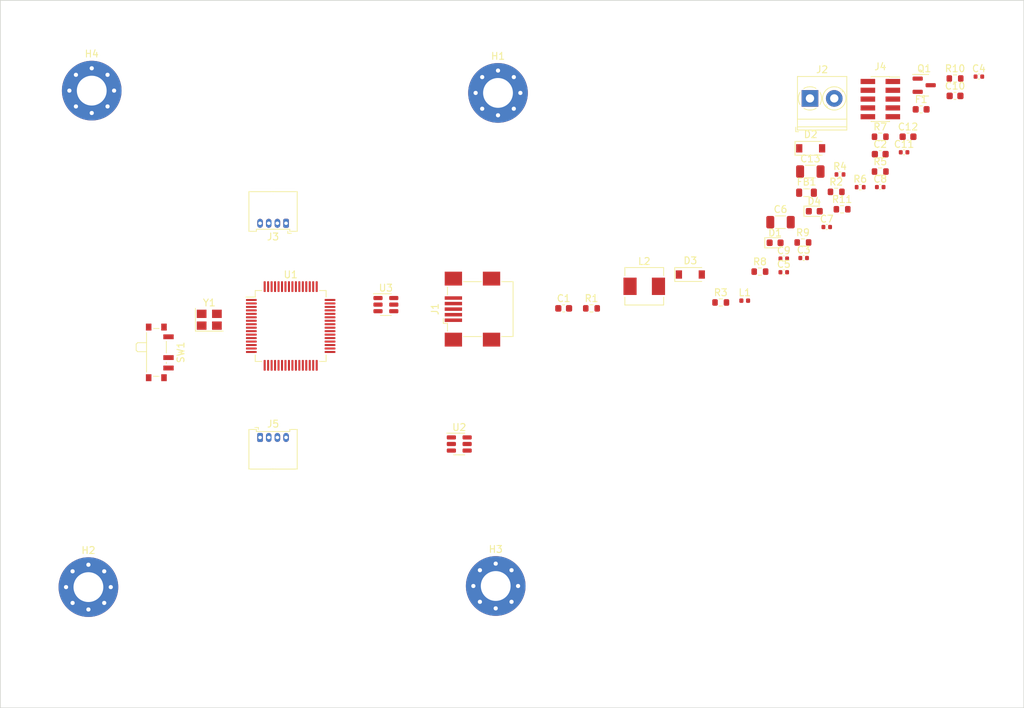
<source format=kicad_pcb>
(kicad_pcb (version 20211014) (generator pcbnew)
  (layers (0 "F.Cu" signal) (1 "In1.Cu" signal) (2 "In2.Cu" signal) (31 "B.Cu" signal) (34 "B.Paste" user) (35 "F.Paste" user) (36 "B.SilkS" user "B.Silkscreen") (37 "F.SilkS" user "F.Silkscreen") (38 "B.Mask" user) (39 "F.Mask" user) (44 "Edge.Cuts" user))
  (net 0 "")
  (net 1 "BUCK_VOUT_3V3")
  (net 2 "GND")
  (net 3 "Net-(C2-Pad1)")
  (net 4 "BUCK_IN")
  (net 5 "+3.3VA")
  (net 6 "HSE_IN")
  (net 7 "Net-(C11-Pad1)")
  (net 8 "BUCK_BST")
  (net 9 "BUCK_SW")
  (net 10 "Net-(D1-Pad1)")
  (net 11 "LED_STATUS")
  (net 12 "Net-(D2-Pad1)")
  (net 13 "+5V")
  (net 14 "Net-(D4-Pad1)")
  (net 15 "+12V")
  (net 16 "Net-(F1-Pad2)")
  (net 17 "USB_CONN_D-")
  (net 18 "USB_CONN_D+")
  (net 21 "I2C1_SCL")
  (net 22 "I2C1_SDA")
  (net 23 "SWDIO")
  (net 24 "SWCLK")
  (net 25 "SWO")
  (net 28 "NRST")
  (net 29 "USART6_TX")
  (net 30 "USART6_RX")
  (net 31 "BUCK_EN")
  (net 32 "BOOT0")
  (net 33 "Net-(R4-Pad2)")
  (net 34 "HSE_OUT")
  (net 35 "BUCK_FB")
  (net 36 "Net-(R10-Pad2)")
  (net 66 "USB_D-")
  (net 67 "USB_D+")
  (footprint "Package_TO_SOT_SMD:SOT-23-6" (layer "F.Cu") (at 95.43 116.08)
    (fp_text reference "U2" (at 0 -2.4) (layer "F.SilkS"))
    (fp_text value "MP2359DJ-LF-Z")
    (fp_line (start 0 1.56) (end -0.8 1.56) (layer "F.SilkS") (width 0.12))
    (fp_line (start 0 1.56) (end 0.8 1.56) (layer "F.SilkS") (width 0.12))
    (fp_line (start 0 -1.56) (end 0.8 -1.56) (layer "F.SilkS") (width 0.12))
    (fp_line (start 0 -1.56) (end -1.8 -1.56) (layer "F.SilkS") (width 0.12))
    (pad "1" smd roundrect (at -1.1375 -0.95) (size 1.325 0.6) (layers "F.Cu" "F.Paste" "F.Mask") (net 8 "BUCK_BST"))
    (pad "2" smd roundrect (at -1.1375 0) (size 1.325 0.6) (layers "F.Cu" "F.Paste" "F.Mask") (net 2 "GND"))
    (pad "3" smd roundrect (at -1.1375 0.95) (size 1.325 0.6) (layers "F.Cu" "F.Paste" "F.Mask") (net 35 "BUCK_FB"))
    (pad "4" smd roundrect (at 1.1375 0.95) (size 1.325 0.6) (layers "F.Cu" "F.Paste" "F.Mask") (net 31 "BUCK_EN"))
    (pad "5" smd roundrect (at 1.1375 0) (size 1.325 0.6) (layers "F.Cu" "F.Paste" "F.Mask") (net 4 "BUCK_IN"))
    (pad "6" smd roundrect (at 1.1375 -0.95) (size 1.325 0.6) (layers "F.Cu" "F.Paste" "F.Mask") (net 9 "BUCK_SW"))
  )
  (footprint "Capacitor_SMD:C_0402_1005Metric" (layer "F.Cu") (at 170.37 63.1)
    (fp_text reference "C4" (at 0 -1.16) (layer "F.SilkS"))
    (fp_text value "100n")
    (fp_line (start -0.107836 -0.36) (end 0.107836 -0.36) (layer "F.SilkS") (width 0.12))
    (fp_line (start -0.107836 0.36) (end 0.107836 0.36) (layer "F.SilkS") (width 0.12))
    (pad "1" smd roundrect (at -0.48 0) (size 0.56 0.62) (layers "F.Cu" "F.Paste" "F.Mask") (net 1 "BUCK_VOUT_3V3"))
    (pad "2" smd roundrect (at 0.48 0) (size 0.56 0.62) (layers "F.Cu" "F.Paste" "F.Mask") (net 2 "GND"))
  )
  (footprint "MountingHole:MountingHole_4.3mm_M4_Pad_Via" (layer "F.Cu") (at 100.69 136.56)
    (fp_text reference "H3" (at 0 -5.3) (layer "F.SilkS"))
    (fp_text value "MountingHole_Pad")
    (pad "1" thru_hole circle (at 0 0) (size 8.6 8.6) (drill 4.3) (layers *.Cu *.Mask) (net 2 "GND"))
    (pad "1" thru_hole circle (at 0 3.225) (size 0.9 0.9) (drill 0.6) (layers *.Cu *.Mask) (net 2 "GND"))
    (pad "1" thru_hole circle (at -2.280419 2.280419) (size 0.9 0.9) (drill 0.6) (layers *.Cu *.Mask) (net 2 "GND"))
    (pad "1" thru_hole circle (at 0 -3.225) (size 0.9 0.9) (drill 0.6) (layers *.Cu *.Mask) (net 2 "GND"))
    (pad "1" thru_hole circle (at -3.225 0) (size 0.9 0.9) (drill 0.6) (layers *.Cu *.Mask) (net 2 "GND"))
    (pad "1" thru_hole circle (at -2.280419 -2.280419) (size 0.9 0.9) (drill 0.6) (layers *.Cu *.Mask) (net 2 "GND"))
    (pad "1" thru_hole circle (at 2.280419 2.280419) (size 0.9 0.9) (drill 0.6) (layers *.Cu *.Mask) (net 2 "GND"))
    (pad "1" thru_hole circle (at 3.225 0) (size 0.9 0.9) (drill 0.6) (layers *.Cu *.Mask) (net 2 "GND"))
    (pad "1" thru_hole circle (at 2.280419 -2.280419) (size 0.9 0.9) (drill 0.6) (layers *.Cu *.Mask) (net 2 "GND"))
  )
  (footprint "Resistor_SMD:R_0603_1608Metric" (layer "F.Cu") (at 156.14 71.77)
    (fp_text reference "R7" (at 0 -1.43) (layer "F.SilkS"))
    (fp_text value "2k2")
    (fp_line (start -0.237258 0.5225) (end 0.237258 0.5225) (layer "F.SilkS") (width 0.12))
    (fp_line (start -0.237258 -0.5225) (end 0.237258 -0.5225) (layer "F.SilkS") (width 0.12))
    (pad "1" smd roundrect (at -0.825 0) (size 0.8 0.95) (layers "F.Cu" "F.Paste" "F.Mask") (net 1 "BUCK_VOUT_3V3"))
    (pad "2" smd roundrect (at 0.825 0) (size 0.8 0.95) (layers "F.Cu" "F.Paste" "F.Mask") (net 22 "I2C1_SDA"))
  )
  (footprint "Resistor_SMD:R_0603_1608Metric" (layer "F.Cu") (at 149.79 79.72)
    (fp_text reference "R2" (at 0 -1.43) (layer "F.SilkS"))
    (fp_text value "100K")
    (fp_line (start -0.237258 -0.5225) (end 0.237258 -0.5225) (layer "F.SilkS") (width 0.12))
    (fp_line (start -0.237258 0.5225) (end 0.237258 0.5225) (layer "F.SilkS") (width 0.12))
    (pad "1" smd roundrect (at -0.825 0) (size 0.8 0.95) (layers "F.Cu" "F.Paste" "F.Mask") (net 31 "BUCK_EN"))
    (pad "2" smd roundrect (at 0.825 0) (size 0.8 0.95) (layers "F.Cu" "F.Paste" "F.Mask") (net 4 "BUCK_IN"))
  )
  (footprint "Diode_SMD:D_SOD-123" (layer "F.Cu") (at 146.11 73.44)
    (fp_text reference "D2" (at 0 -2) (layer "F.SilkS"))
    (fp_text value "B5819W")
    (fp_line (start -2.25 -1) (end 1.65 -1) (layer "F.SilkS") (width 0.12))
    (fp_line (start -2.25 1) (end 1.65 1) (layer "F.SilkS") (width 0.12))
    (fp_line (start -2.25 -1) (end -2.25 1) (layer "F.SilkS") (width 0.12))
    (pad "1" smd rect (at -1.65 0) (size 0.9 1.2) (layers "F.Cu" "F.Paste" "F.Mask") (net 12 "Net-(D2-Pad1)"))
    (pad "2" smd rect (at 1.65 0) (size 0.9 1.2) (layers "F.Cu" "F.Paste" "F.Mask") (net 13 "+5V"))
  )
  (footprint "Resistor_SMD:R_0603_1608Metric" (layer "F.Cu") (at 138.79 91.22)
    (fp_text reference "R8" (at 0 -1.43) (layer "F.SilkS"))
    (fp_text value "47K")
    (fp_line (start -0.237258 0.5225) (end 0.237258 0.5225) (layer "F.SilkS") (width 0.12))
    (fp_line (start -0.237258 -0.5225) (end 0.237258 -0.5225) (layer "F.SilkS") (width 0.12))
    (pad "1" smd roundrect (at -0.825 0) (size 0.8 0.95) (layers "F.Cu" "F.Paste" "F.Mask") (net 35 "BUCK_FB"))
    (pad "2" smd roundrect (at 0.825 0) (size 0.8 0.95) (layers "F.Cu" "F.Paste" "F.Mask") (net 1 "BUCK_VOUT_3V3"))
  )
  (footprint "Resistor_SMD:R_0603_1608Metric" (layer "F.Cu") (at 114.5 96.52)
    (fp_text reference "R1" (at 0 -1.43) (layer "F.SilkS"))
    (fp_text value "1K5")
    (fp_line (start -0.237258 -0.5225) (end 0.237258 -0.5225) (layer "F.SilkS") (width 0.12))
    (fp_line (start -0.237258 0.5225) (end 0.237258 0.5225) (layer "F.SilkS") (width 0.12))
    (pad "1" smd roundrect (at -0.825 0) (size 0.8 0.95) (layers "F.Cu" "F.Paste" "F.Mask") (net 2 "GND"))
    (pad "2" smd roundrect (at 0.825 0) (size 0.8 0.95) (layers "F.Cu" "F.Paste" "F.Mask") (net 10 "Net-(D1-Pad1)"))
  )
  (footprint "Inductor_SMD:L_0402_1005Metric" (layer "F.Cu") (at 136.6 95.41)
    (fp_text reference "L1" (at 0 -1.17) (layer "F.SilkS"))
    (fp_text value "39n")
    (pad "1" smd roundrect (at -0.485 0) (size 0.59 0.64) (layers "F.Cu" "F.Paste" "F.Mask") (net 1 "BUCK_VOUT_3V3"))
    (pad "2" smd roundrect (at 0.485 0) (size 0.59 0.64) (layers "F.Cu" "F.Paste" "F.Mask") (net 5 "+3.3VA"))
  )
  (footprint "Capacitor_SMD:C_0402_1005Metric" (layer "F.Cu") (at 142.23 89.34)
    (fp_text reference "C9" (at 0 -1.16) (layer "F.SilkS"))
    (fp_text value "12p")
    (fp_line (start -0.107836 -0.36) (end 0.107836 -0.36) (layer "F.SilkS") (width 0.12))
    (fp_line (start -0.107836 0.36) (end 0.107836 0.36) (layer "F.SilkS") (width 0.12))
    (pad "1" smd roundrect (at -0.48 0) (size 0.56 0.62) (layers "F.Cu" "F.Paste" "F.Mask") (net 6 "HSE_IN"))
    (pad "2" smd roundrect (at 0.48 0) (size 0.56 0.62) (layers "F.Cu" "F.Paste" "F.Mask") (net 2 "GND"))
  )
  (footprint "Resistor_SMD:R_0603_1608Metric" (layer "F.Cu") (at 133.14 95.67)
    (fp_text reference "R3" (at 0 -1.43) (layer "F.SilkS"))
    (fp_text value "68K")
    (fp_line (start -0.237258 0.5225) (end 0.237258 0.5225) (layer "F.SilkS") (width 0.12))
    (fp_line (start -0.237258 -0.5225) (end 0.237258 -0.5225) (layer "F.SilkS") (width 0.12))
    (pad "1" smd roundrect (at -0.825 0) (size 0.8 0.95) (layers "F.Cu" "F.Paste" "F.Mask") (net 2 "GND"))
    (pad "2" smd roundrect (at 0.825 0) (size 0.8 0.95) (layers "F.Cu" "F.Paste" "F.Mask") (net 31 "BUCK_EN"))
  )
  (footprint "Capacitor_SMD:C_0402_1005Metric" (layer "F.Cu") (at 145.1 89.26)
    (fp_text reference "C3" (at 0 -1.16) (layer "F.SilkS"))
    (fp_text value "100n")
    (fp_line (start -0.107836 0.36) (end 0.107836 0.36) (layer "F.SilkS") (width 0.12))
    (fp_line (start -0.107836 -0.36) (end 0.107836 -0.36) (layer "F.SilkS") (width 0.12))
    (pad "1" smd roundrect (at -0.48 0) (size 0.56 0.62) (layers "F.Cu" "F.Paste" "F.Mask") (net 1 "BUCK_VOUT_3V3"))
    (pad "2" smd roundrect (at 0.48 0) (size 0.56 0.62) (layers "F.Cu" "F.Paste" "F.Mask") (net 2 "GND"))
  )
  (footprint "Resistor_SMD:R_0603_1608Metric" (layer "F.Cu") (at 144.99 87.02)
    (fp_text reference "R9" (at 0 -1.43) (layer "F.SilkS"))
    (fp_text value "15K")
    (fp_line (start -0.237258 0.5225) (end 0.237258 0.5225) (layer "F.SilkS") (width 0.12))
    (fp_line (start -0.237258 -0.5225) (end 0.237258 -0.5225) (layer "F.SilkS") (width 0.12))
    (pad "1" smd roundrect (at -0.825 0) (size 0.8 0.95) (layers "F.Cu" "F.Paste" "F.Mask") (net 36 "Net-(R10-Pad2)"))
    (pad "2" smd roundrect (at 0.825 0) (size 0.8 0.95) (layers "F.Cu" "F.Paste" "F.Mask") (net 35 "BUCK_FB"))
  )
  (footprint "Capacitor_SMD:C_0603_1608Metric" (layer "F.Cu") (at 110.49 96.52)
    (fp_text reference "C1" (at 0 -1.43) (layer "F.SilkS"))
    (fp_text value "4u7")
    (fp_line (start -0.14058 -0.51) (end 0.14058 -0.51) (layer "F.SilkS") (width 0.12))
    (fp_line (start -0.14058 0.51) (end 0.14058 0.51) (layer "F.SilkS") (width 0.12))
    (pad "1" smd roundrect (at -0.775 0) (size 0.9 0.95) (layers "F.Cu" "F.Paste" "F.Mask") (net 1 "BUCK_VOUT_3V3"))
    (pad "2" smd roundrect (at 0.775 0) (size 0.9 0.95) (layers "F.Cu" "F.Paste" "F.Mask") (net 2 "GND"))
  )
  (footprint "Resistor_SMD:R_0603_1608Metric" (layer "F.Cu") (at 166.93 63.37)
    (fp_text reference "R10" (at 0 -1.43) (layer "F.SilkS"))
    (fp_text value "270")
    (fp_line (start -0.237258 0.5225) (end 0.237258 0.5225) (layer "F.SilkS") (width 0.12))
    (fp_line (start -0.237258 -0.5225) (end 0.237258 -0.5225) (layer "F.SilkS") (width 0.12))
    (pad "1" smd roundrect (at -0.825 0) (size 0.8 0.95) (layers "F.Cu" "F.Paste" "F.Mask") (net 2 "GND"))
    (pad "2" smd roundrect (at 0.825 0) (size 0.8 0.95) (layers "F.Cu" "F.Paste" "F.Mask") (net 36 "Net-(R10-Pad2)"))
  )
  (footprint "Capacitor_SMD:C_0603_1608Metric" (layer "F.Cu") (at 156.14 74.28)
    (fp_text reference "C2" (at 0 -1.43) (layer "F.SilkS"))
    (fp_text value "2u2")
    (fp_line (start -0.14058 -0.51) (end 0.14058 -0.51) (layer "F.SilkS") (width 0.12))
    (fp_line (start -0.14058 0.51) (end 0.14058 0.51) (layer "F.SilkS") (width 0.12))
    (pad "1" smd roundrect (at -0.775 0) (size 0.9 0.95) (layers "F.Cu" "F.Paste" "F.Mask") (net 3 "Net-(C2-Pad1)"))
    (pad "2" smd roundrect (at 0.775 0) (size 0.9 0.95) (layers "F.Cu" "F.Paste" "F.Mask") (net 2 "GND"))
  )
  (footprint "Package_TO_SOT_SMD:SOT-23-6" (layer "F.Cu") (at 84.85 95.98)
    (fp_text reference "U3" (at 0 -2.4) (layer "F.SilkS"))
    (fp_text value "USBLC6-2SC6")
    (fp_line (start 0 -1.56) (end -1.8 -1.56) (layer "F.SilkS") (width 0.12))
    (fp_line (start 0 1.56) (end 0.8 1.56) (layer "F.SilkS") (width 0.12))
    (fp_line (start 0 -1.56) (end 0.8 -1.56) (layer "F.SilkS") (width 0.12))
    (fp_line (start 0 1.56) (end -0.8 1.56) (layer "F.SilkS") (width 0.12))
    (pad "1" smd roundrect (at -1.1375 -0.95) (size 1.325 0.6) (layers "F.Cu" "F.Paste" "F.Mask") (net 17 "USB_CONN_D-"))
    (pad "2" smd roundrect (at -1.1375 0) (size 1.325 0.6) (layers "F.Cu" "F.Paste" "F.Mask") (net 2 "GND"))
    (pad "3" smd roundrect (at -1.1375 0.95) (size 1.325 0.6) (layers "F.Cu" "F.Paste" "F.Mask") (net 18 "USB_CONN_D+"))
    (pad "4" smd roundrect (at 1.1375 0.95) (size 1.325 0.6) (layers "F.Cu" "F.Paste" "F.Mask") (net 67 "USB_D+"))
    (pad "5" smd roundrect (at 1.1375 0) (size 1.325 0.6) (layers "F.Cu" "F.Paste" "F.Mask") (net 13 "+5V"))
    (pad "6" smd roundrect (at 1.1375 -0.95) (size 1.325 0.6) (layers "F.Cu" "F.Paste" "F.Mask") (net 66 "USB_D-"))
  )
  (footprint "Package_QFP:LQFP-64_10x10mm_P0.5mm" (layer "F.Cu") (at 71.12 99.06)
    (fp_text reference "U1" (at 0 -7.4) (layer "F.SilkS"))
    (fp_text value "STM32F401RCT6")
    (fp_line (start 5.11 5.11) (end 5.11 4.16) (layer "F.SilkS") (width 0.12))
    (fp_line (start 4.16 5.11) (end 5.11 5.11) (layer "F.SilkS") (width 0.12))
    (fp_line (start 5.11 -5.11) (end 5.11 -4.16) (layer "F.SilkS") (width 0.12))
    (fp_line (start -5.11 5.11) (end -5.11 4.16) (layer "F.SilkS") (width 0.12))
    (fp_line (start -4.16 -5.11) (end -5.11 -5.11) (layer "F.SilkS") (width 0.12))
    (fp_line (start -4.16 5.11) (end -5.11 5.11) (layer "F.SilkS") (width 0.12))
    (fp_line (start -5.11 -5.11) (end -5.11 -4.16) (layer "F.SilkS") (width 0.12))
    (fp_line (start 4.16 -5.11) (end 5.11 -5.11) (layer "F.SilkS") (width 0.12))
    (fp_line (start -5.11 -4.16) (end -6.45 -4.16) (layer "F.SilkS") (width 0.12))
    (pad "1" smd roundrect (at -5.675 -3.75) (size 1.55 0.3) (layers "F.Cu" "F.Paste" "F.Mask") (net 1 "BUCK_VOUT_3V3"))
    (pad "2" smd roundrect (at -5.675 -3.25) (size 1.55 0.3) (layers "F.Cu" "F.Paste" "F.Mask"))
    (pad "3" smd roundrect (at -5.675 -2.75) (size 1.55 0.3) (layers "F.Cu" "F.Paste" "F.Mask"))
    (pad "4" smd roundrect (at -5.675 -2.25) (size 1.55 0.3) (layers "F.Cu" "F.Paste" "F.Mask"))
    (pad "5" smd roundrect (at -5.675 -1.75) (size 1.55 0.3) (layers "F.Cu" "F.Paste" "F.Mask") (net 6 "HSE_IN"))
    (pad "6" smd roundrect (at -5.675 -1.25) (size 1.55 0.3) (layers "F.Cu" "F.Paste" "F.Mask") (net 34 "HSE_OUT"))
    (pad "7" smd roundrect (at -5.675 -0.75) (size 1.55 0.3) (layers "F.Cu" "F.Paste" "F.Mask") (net 28 "NRST"))
    (pad "8" smd roundrect (at -5.675 -0.25) (size 1.55 0.3) (layers "F.Cu" "F.Paste" "F.Mask"))
    (pad "9" smd roundrect (at -5.675 0.25) (size 1.55 0.3) (layers "F.Cu" "F.Paste" "F.Mask"))
    (pad "10" smd roundrect (at -5.675 0.75) (size 1.55 0.3) (layers "F.Cu" "F.Paste" "F.Mask"))
    (pad "11" smd roundrect (at -5.675 1.25) (size 1.55 0.3) (layers "F.Cu" "F.Paste" "F.Mask"))
    (pad "12" smd roundrect (at -5.675 1.75) (size 1.55 0.3) (layers "F.Cu" "F.Paste" "F.Mask") (net 2 "GND"))
    (pad "13" smd roundrect (at -5.675 2.25) (size 1.55 0.3) (layers "F.Cu" "F.Paste" "F.Mask") (net 5 "+3.3VA"))
    (pad "14" smd roundrect (at -5.675 2.75) (size 1.55 0.3) (layers "F.Cu" "F.Paste" "F.Mask"))
    (pad "15" smd roundrect (at -5.675 3.25) (size 1.55 0.3) (layers "F.Cu" "F.Paste" "F.Mask"))
    (pad "16" smd roundrect (at -5.675 3.75) (size 1.55 0.3) (layers "F.Cu" "F.Paste" "F.Mask") (net 11 "LED_STATUS"))
    (pad "17" smd roundrect (at -3.75 5.675) (size 0.3 1.55) (layers "F.Cu" "F.Paste" "F.Mask"))
    (pad "18" smd roundrect (at -3.25 5.675) (size 0.3 1.55) (layers "F.Cu" "F.Paste" "F.Mask") (net 2 "GND"))
    (pad "19" smd roundrect (at -2.75 5.675) (size 0.3 1.55) (layers "F.Cu" "F.Paste" "F.Mask") (net 1 "BUCK_VOUT_3V3"))
    (pad "20" smd roundrect (at -2.25 5.675) (size 0.3 1.55) (layers "F.Cu" "F.Paste" "F.Mask"))
    (pad "21" smd roundrect (at -1.75 5.675) (size 0.3 1.55) (layers "F.Cu" "F.Paste" "F.Mask"))
    (pad "22" smd roundrect (at -1.25 5.675) (size 0.3 1.55) (layers "F.Cu" "F.Paste" "F.Mask"))
    (pad "23" smd roundrect (at -0.75 5.675) (size 0.3 1.55) (layers "F.Cu" "F.Paste" "F.Mask"))
    (pad "24" smd roundrect (at -0.25 5.675) (size 0.3 1.55) (layers "F.Cu" "F.Paste" "F.Mask"))
    (pad "25" smd roundrect (at 0.25 5.675) (size 0.3 1.55) (layers "F.Cu" "F.Paste" "F.Mask"))
    (pad "26" smd roundrect (at 0.75 5.675) (size 0.3 1.55) (layers "F.Cu" "F.Paste" "F.Mask"))
    (pad "27" smd roundrect (at 1.25 5.675) (size 0.3 1.55) (layers "F.Cu" "F.Paste" "F.Mask"))
    (pad "28" smd roundrect (at 1.75 5.675) (size 0.3 1.55) (layers "F.Cu" "F.Paste" "F.Mask"))
    (pad "29" smd roundrect (at 2.25 5.675) (size 0.3 1.55) (layers "F.Cu" "F.Paste" "F.Mask"))
    (pad "30" smd roundrect (at 2.75 5.675) (size 0.3 1.55) (layers "F.Cu" "F.Paste" "F.Mask") (net 3 "Net-(C2-Pad1)"))
    (pad "31" smd roundrect (at 3.25 5.675) (size 0.3 1.55) (layers "F.Cu" "F.Paste" "F.Mask") (net 2 "GND"))
    (pad "32" smd roundrect (at 3.75 5.675) (size 0.3 1.55) (layers "F.Cu" "F.Paste" "F.Mask") (net 1 "BUCK_VOUT_3V3"))
    (pad "33" smd roundrect (at 5.675 3.75) (size 1.55 0.3) (layers "F.Cu" "F.Paste" "F.Mask"))
    (pad "34" smd roundrect (at 5.675 3.25) (size 1.55 0.3) (layers "F.Cu" "F.Paste" "F.Mask"))
    (pad "35" smd roundrect (at 5.675 2.75) (size 1.55 0.3) (layers "F.Cu" "F.Paste" "F.Mask"))
    (pad "36" smd roundrect (at 5.675 2.25) (size 1.55 0.3) (layers "F.Cu" "F.Paste" "F.Mask"))
    (pad "37" smd roundrect (at 5.675 1.75) (size 1.55 0.3) (layers "F.Cu" "F.Paste" "F.Mask") (net 29 "USART6_TX"))
    (pad "38" smd roundrect (at 5.675 1.25) (size 1.55 0.3) (layers "F.Cu" "F.Paste" "F.Mask") (net 30 "USART6_RX"))
    (pad "39" smd roundrect (at 5.675 0.75) (size 1.55 0.3) (layers "F.Cu" "F.Paste" "F.Mask"))
    (pad "40" smd roundrect (at 5.675 0.25) (size 1.55 0.3) (layers "F.Cu" "F.Paste" "F.Mask"))
    (pad "41" smd roundrect (at 5.675 -0.25) (size 1.55 0.3) (layers "F.Cu" "F.Paste" "F.Mask"))
    (pad "42" smd roundrect (at 5.675 -0.75) (size 1.55 0.3) (layers "F.Cu" "F.Paste" "F.Mask"))
    (pad "43" smd roundrect (at 5.675 -1.25) (size 1.55 0.3) (layers "F.Cu" "F.Paste" "F.Mask"))
    (pad "44" smd roundrect (at 5.675 -1.75) (size 1.55 0.3) (layers "F.Cu" "F.Paste" "F.Mask") (net 66 "USB_D-"))
    (pad "45" smd roundrect (at 5.675 -2.25) (size 1.55 0.3) (layers "F.Cu" "F.Paste" "F.Mask") (net 67 "USB_D+"))
    (pad "46" smd roundrect (at 5.675 -2.75) (size 1.55 0.3) (layers "F.Cu" "F.Paste" "F.Mask") (net 23 "SWDIO"))
    (pad "47" smd roundrect (at 5.675 -3.25) (size 1.55 0.3) (layers "F.Cu" "F.Paste" "F.Mask") (net 2 "GND"))
    (pad "48" smd roundrect (at 5.675 -3.75) (size 1.55 0.3) (layers "F.Cu" "F.Paste" "F.Mask") (net 1 "BUCK_VOUT_3V3"))
    (pad "49" smd roundrect (at 3.75 -5.675) (size 0.3 1.55) (layers "F.Cu" "F.Paste" "F.Mask") (net 24 "SWCLK"))
    (pad "50" smd roundrect (at 3.25 -5.675) (size 0.3 1.55) (layers "F.Cu" "F.Paste" "F.Mask"))
    (pad "51" smd roundrect (at 2.75 -5.675) (size 0.3 1.55) (layers "F.Cu" "F.Paste" "F.Mask"))
    (pad "52" smd roundrect (at 2.25 -5.675) (size 0.3 1.55) (layers "F.Cu" "F.Paste" "F.Mask"))
    (pad "53" smd roundrect (at 1.75 -5.675) (size 0.3 1.55) (layers "F.Cu" "F.Paste" "F.Mask"))
    (pad "54" smd roundrect (at 1.25 -5.675) (size 0.3 1.55) (layers "F.Cu" "F.Paste" "F.Mask"))
    (pad "55" smd roundrect (at 0.75 -5.675) (size 0.3 1.55) (layers "F.Cu" "F.Paste" "F.Mask") (net 25 "SWO"))
    (pad "56" smd roundrect (at 0.25 -5.675) (size 0.3 1.55) (layers "F.Cu" "F.Paste" "F.Mask"))
    (pad "57" smd roundrect (at -0.25 -5.675) (size 0.3 1.55) (layers "F.Cu" "F.Paste" "F.Mask"))
    (pad "58" smd roundrect (at -0.75 -5.675) (size 0.3 1.55) (layers "F.Cu" "F.Paste" "F.Mask") (net 21 "I2C1_SCL"))
    (pad "59" smd roundrect (at -1.25 -5.675) (size 0.3 1.55) (layers "F.Cu" "F.Paste" "F.Mask") (net 22 "I2C1_SDA"))
    (pad "60" smd roundrect (at -1.75 -5.675) (size 0.3 1.55) (layers "F.Cu" "F.Paste" "F.Mask") (net 32 "BOOT0"))
    (pad "61" smd roundrect (at -2.25 -5.675) (size 0.3 1.55) (layers "F.Cu" "F.Paste" "F.Mask"))
    (pad "62" smd roundrect (at -2.75 -5.675) (size 0.3 1.55) (layers "F.Cu" "F.Paste" "F.Mask"))
    (pad "63" smd roundrect (at -3.25 -5.675) (size 0.3 1.55) (layers "F.Cu" "F.Paste" "F.Mask") (net 2 "GND"))
    (pad "64" smd roundrect (at -3.75 -5.675) (size 0.3 1.55) (layers "F.Cu" "F.Paste" "F.Mask") (net 1 "BUCK_VOUT_3V3"))
  )
  (footprint "Fuse:Fuse_0603_1608Metric" (layer "F.Cu") (at 162.04 67.82)
    (fp_text reference "F1" (at 0 -1.43) (layer "F.SilkS"))
    (fp_text value "250mA")
    (fp_line (start -0.162779 0.51) (end 0.162779 0.51) (layer "F.SilkS") (width 0.12))
    (fp_line (start -0.162779 -0.51) (end 0.162779 -0.51) (layer "F.SilkS") (width 0.12))
    (pad "1" smd roundrect (at -0.7875 0) (size 0.875 0.95) (layers "F.Cu" "F.Paste" "F.Mask") (net 15 "+12V"))
    (pad "2" smd roundrect (at 0.7875 0) (size 0.875 0.95) (layers "F.Cu" "F.Paste" "F.Mask") (net 16 "Net-(F1-Pad2)"))
  )
  (footprint "Capacitor_SMD:C_1206_3216Metric" (layer "F.Cu") (at 146.06 76.79)
    (fp_text reference "C13" (at 0 -1.85) (layer "F.SilkS"))
    (fp_text value "22u")
    (fp_line (start -0.711252 0.91) (end 0.711252 0.91) (layer "F.SilkS") (width 0.12))
    (fp_line (start -0.711252 -0.91) (end 0.711252 -0.91) (layer "F.SilkS") (width 0.12))
    (pad "1" smd roundrect (at -1.475 0) (size 1.15 1.8) (layers "F.Cu" "F.Paste" "F.Mask") (roundrect_rratio 0.217391) (net 2 "GND"))
    (pad "2" smd roundrect (at 1.475 0) (size 1.15 1.8) (layers "F.Cu" "F.Paste" "F.Mask") (roundrect_rratio 0.217391) (net 1 "BUCK_VOUT_3V3"))
  )
  (footprint "MountingHole:MountingHole_4.3mm_M4_Pad_Via" (layer "F.Cu") (at 41.95 136.72)
    (fp_text reference "H2" (at 0 -5.3) (layer "F.SilkS"))
    (fp_text value "MountingHole_Pad")
    (pad "1" thru_hole circle (at -2.280419 -2.280419) (size 0.9 0.9) (drill 0.6) (layers *.Cu *.Mask) (net 2 "GND"))
    (pad "1" thru_hole circle (at 0 0) (size 8.6 8.6) (drill 4.3) (layers *.Cu *.Mask) (net 2 "GND"))
    (pad "1" thru_hole circle (at -3.225 0) (size 0.9 0.9) (drill 0.6) (layers *.Cu *.Mask) (net 2 "GND"))
    (pad "1" thru_hole circle (at 3.225 0) (size 0.9 0.9) (drill 0.6) (layers *.Cu *.Mask) (net 2 "GND"))
    (pad "1" thru_hole circle (at 2.280419 2.280419) (size 0.9 0.9) (drill 0.6) (layers *.Cu *.Mask) (net 2 "GND"))
    (pad "1" thru_hole circle (at 0 -3.225) (size 0.9 0.9) (drill 0.6) (layers *.Cu *.Mask) (net 2 "GND"))
    (pad "1" thru_hole circle (at 2.280419 -2.280419) (size 0.9 0.9) (drill 0.6) (layers *.Cu *.Mask) (net 2 "GND"))
    (pad "1" thru_hole circle (at -2.280419 2.280419) (size 0.9 0.9) (drill 0.6) (layers *.Cu *.Mask) (net 2 "GND"))
    (pad "1" thru_hole circle (at 0 3.225) (size 0.9 0.9) (drill 0.6) (layers *.Cu *.Mask) (net 2 "GND"))
  )
  (footprint "Resistor_SMD:R_0402_1005Metric" (layer "F.Cu") (at 150.34 77.21)
    (fp_text reference "R4" (at 0 -1.17) (layer "F.SilkS"))
    (fp_text value "10K")
    (fp_line (start -0.153641 -0.38) (end 0.153641 -0.38) (layer "F.SilkS") (width 0.12))
    (fp_line (start -0.153641 0.38) (end 0.153641 0.38) (layer "F.SilkS") (width 0.12))
    (pad "1" smd roundrect (at -0.51 0) (size 0.54 0.64) (layers "F.Cu" "F.Paste" "F.Mask") (net 32 "BOOT0"))
    (pad "2" smd roundrect (at 0.51 0) (size 0.54 0.64) (layers "F.Cu" "F.Paste" "F.Mask") (net 33 "Net-(R4-Pad2)"))
  )
  (footprint "Capacitor_SMD:C_0603_1608Metric" (layer "F.Cu") (at 166.93 65.88)
    (fp_text reference "C10" (at 0 -1.43) (layer "F.SilkS"))
    (fp_text value "10n")
    (fp_line (start -0.14058 -0.51) (end 0.14058 -0.51) (layer "F.SilkS") (width 0.12))
    (fp_line (start -0.14058 0.51) (end 0.14058 0.51) (layer "F.SilkS") (width 0.12))
    (pad "1" smd roundrect (at -0.775 0) (size 0.9 0.95) (layers "F.Cu" "F.Paste" "F.Mask") (net 5 "+3.3VA"))
    (pad "2" smd roundrect (at 0.775 0) (size 0.9 0.95) (layers "F.Cu" "F.Paste" "F.Mask") (net 2 "GND"))
  )
  (footprint "Inductor_SMD:L_Sunlord_MWSA0518_5.4x5.2mm" (layer "F.Cu") (at 122.11 93.34)
    (fp_text reference "L2" (at 0 -3.6) (layer "F.SilkS"))
    (fp_text value "10u")
    (fp_line (start -2.8 2.7) (end 2.8 2.7) (layer "F.SilkS") (width 0.12))
    (fp_line (start 2.8 2.7) (end 2.8 1.55) (layer "F.SilkS") (width 0.12))
    (fp_line (start -2.8 2.7) (end -2.8 1.55) (layer "F.SilkS") (width 0.12))
    (fp_line (start 2.8 -2.7) (end 2.8 -1.55) (layer "F.SilkS") (width 0.12))
    (fp_line (start -2.8 -2.7) (end -2.8 -1.55) (layer "F.SilkS") (width 0.12))
    (fp_line (start -2.8 -2.7) (end 2.8 -2.7) (layer "F.SilkS") (width 0.12))
    (pad "1" smd rect (at -2.05 0) (size 1.9 2.5) (layers "F.Cu" "F.Paste" "F.Mask") (net 9 "BUCK_SW"))
    (pad "2" smd rect (at 2.05 0) (size 1.9 2.5) (layers "F.Cu" "F.Paste" "F.Mask") (net 1 "BUCK_VOUT_3V3"))
  )
  (footprint "Diode_SMD:D_SOD-123" (layer "F.Cu") (at 128.76 91.64)
    (fp_text reference "D3" (at 0 -2) (layer "F.SilkS"))
    (fp_text value "B5819W")
    (fp_line (start -2.25 1) (end 1.65 1) (layer "F.SilkS") (width 0.12))
    (fp_line (start -2.25 -1) (end 1.65 -1) (layer "F.SilkS") (width 0.12))
    (fp_line (start -2.25 -1) (end -2.25 1) (layer "F.SilkS") (width 0.12))
    (pad "1" smd rect (at -1.65 0) (size 0.9 1.2) (layers "F.Cu" "F.Paste" "F.Mask") (net 9 "BUCK_SW"))
    (pad "2" smd rect (at 1.65 0) (size 0.9 1.2) (layers "F.Cu" "F.Paste" "F.Mask") (net 2 "GND"))
  )
  (footprint "Package_TO_SOT_SMD:SOT-23" (layer "F.Cu") (at 162.48 64.34)
    (fp_text reference "Q1" (at 0 -2.4) (layer "F.SilkS"))
    (fp_text value "AO3401A")
    (fp_line (start 0 1.56) (end -0.65 1.56) (layer "F.SilkS") (width 0.12))
    (fp_line (start 0 -1.56) (end 0.65 -1.56) (layer "F.SilkS") (width 0.12))
    (fp_line (start 0 1.56) (end 0.65 1.56) (layer "F.SilkS") (width 0.12))
    (fp_line (start 0 -1.56) (end -1.675 -1.56) (layer "F.SilkS") (width 0.12))
    (pad "1" smd roundrect (at -0.9375 -0.95) (size 1.475 0.6) (layers "F.Cu" "F.Paste" "F.Mask") (net 2 "GND"))
    (pad "2" smd roundrect (at -0.9375 0.95) (size 1.475 0.6) (layers "F.Cu" "F.Paste" "F.Mask") (net 12 "Net-(D2-Pad1)"))
    (pad "3" smd roundrect (at 0.9375 0) (size 1.475 0.6) (layers "F.Cu" "F.Paste" "F.Mask") (net 16 "Net-(F1-Pad2)"))
  )
  (footprint "Capacitor_SMD:C_0402_1005Metric" (layer "F.Cu") (at 142.23 91.31)
    (fp_text reference "C5" (at 0 -1.16) (layer "F.SilkS"))
    (fp_text value "100n")
    (fp_line (start -0.107836 0.36) (end 0.107836 0.36) (layer "F.SilkS") (width 0.12))
    (fp_line (start -0.107836 -0.36) (end 0.107836 -0.36) (layer "F.SilkS") (width 0.12))
    (pad "1" smd roundrect (at -0.48 0) (size 0.56 0.62) (layers "F.Cu" "F.Paste" "F.Mask") (net 1 "BUCK_VOUT_3V3"))
    (pad "2" smd roundrect (at 0.48 0) (size 0.56 0.62) (layers "F.Cu" "F.Paste" "F.Mask") (net 2 "GND"))
  )
  (footprint "Resistor_SMD:R_0603_1608Metric" (layer "F.Cu") (at 150.64 82.23)
    (fp_text reference "R11" (at 0 -1.43) (layer "F.SilkS"))
    (fp_text value "1K")
    (fp_line (start -0.237258 -0.5225) (end 0.237258 -0.5225) (layer "F.SilkS") (width 0.12))
    (fp_line (start -0.237258 0.5225) (end 0.237258 0.5225) (layer "F.SilkS") (width 0.12))
    (pad "1" smd roundrect (at -0.825 0) (size 0.8 0.95) (layers "F.Cu" "F.Paste" "F.Mask") (net 2 "GND"))
    (pad "2" smd roundrect (at 0.825 0) (size 0.8 0.95) (layers "F.Cu" "F.Paste" "F.Mask") (net 14 "Net-(D4-Pad1)"))
  )
  (footprint "MountingHole:MountingHole_4.3mm_M4_Pad_Via" (layer "F.Cu") (at 101.02 65.45)
    (fp_text reference "H1" (at 0 -5.3) (layer "F.SilkS"))
    (fp_text value "MountingHole_Pad")
    (pad "1" thru_hole circle (at -3.225 0) (size 0.9 0.9) (drill 0.6) (layers *.Cu *.Mask) (net 2 "GND"))
    (pad "1" thru_hole circle (at 0 3.225) (size 0.9 0.9) (drill 0.6) (layers *.Cu *.Mask) (net 2 "GND"))
    (pad "1" thru_hole circle (at -2.280419 -2.280419) (size 0.9 0.9) (drill 0.6) (layers *.Cu *.Mask) (net 2 "GND"))
    (pad "1" thru_hole circle (at 0 -3.225) (size 0.9 0.9) (drill 0.6) (layers *.Cu *.Mask) (net 2 "GND"))
    (pad "1" thru_hole circle (at 3.225 0) (size 0.9 0.9) (drill 0.6) (layers *.Cu *.Mask) (net 2 "GND"))
    (pad "1" thru_hole circle (at -2.280419 2.280419) (size 0.9 0.9) (drill 0.6) (layers *.Cu *.Mask) (net 2 "GND"))
    (pad "1" thru_hole circle (at 2.280419 -2.280419) (size 0.9 0.9) (drill 0.6) (layers *.Cu *.Mask) (net 2 "GND"))
    (pad "1" thru_hole circle (at 0 0) (size 8.6 8.6) (drill 4.3) (layers *.Cu *.Mask) (net 2 "GND"))
    (pad "1" thru_hole circle (at 2.280419 2.280419) (size 0.9 0.9) (drill 0.6) (layers *.Cu *.Mask) (net 2 "GND"))
  )
  (footprint "Capacitor_SMD:C_0402_1005Metric" (layer "F.Cu") (at 148.43 84.79)
    (fp_text reference "C7" (at 0 -1.16) (layer "F.SilkS"))
    (fp_text value "100n")
    (fp_line (start -0.107836 -0.36) (end 0.107836 -0.36) (layer "F.SilkS") (width 0.12))
    (fp_line (start -0.107836 0.36) (end 0.107836 0.36) (layer "F.SilkS") (width 0.12))
    (pad "1" smd roundrect (at -0.48 0) (size 0.56 0.62) (layers "F.Cu" "F.Paste" "F.Mask") (net 1 "BUCK_VOUT_3V3"))
    (pad "2" smd roundrect (at 0.48 0) (size 0.56 0.62) (layers "F.Cu" "F.Paste" "F.Mask") (net 2 "GND"))
  )
  (footprint "Capacitor_SMD:C_0402_1005Metric" (layer "F.Cu") (at 156.14 79.03)
    (fp_text reference "C8" (at 0 -1.16) (layer "F.SilkS"))
    (fp_text value "1u")
    (fp_line (start -0.107836 -0.36) (end 0.107836 -0.36) (layer "F.SilkS") (width 0.12))
    (fp_line (start -0.107836 0.36) (end 0.107836 0.36) (layer "F.SilkS") (width 0.12))
    (pad "1" smd roundrect (at -0.48 0) (size 0.56 0.62) (layers "F.Cu" "F.Paste" "F.Mask") (net 5 "+3.3VA"))
    (pad "2" smd roundrect (at 0.48 0) (size 0.56 0.62) (layers "F.Cu" "F.Paste" "F.Mask") (net 2 "GND"))
  )
  (footprint "Connector_Molex:Molex_PicoBlade_53048-0410_1x04_P1.25mm_Horizontal" (layer "F.Cu") (at 66.705 115.14)
    (fp_text reference "J5" (at 1.88 -1.95) (layer "F.SilkS"))
    (fp_text value "USART6_CONN")
    (fp_line (start -1.61 -1.16) (end -1.61 4.56) (layer "F.SilkS") (width 0.12))
    (fp_line (start 5.36 4.56) (end 1.875 4.56) (layer "F.SilkS") (width 0.12))
    (fp_line (start -0.25 -1.45) (end -0.75 -1.45) (layer "F.SilkS") (width 0.12))
    (fp_line (start 5.36 -1.16) (end 5.36 4.56) (layer "F.SilkS") (width 0.12))
    (fp_line (start -1.61 4.56) (end 1.875 4.56) (layer "F.SilkS") (width 0.12))
    (fp_line (start 4.29 -1.16) (end 5.36 -1.16) (layer "F.SilkS") (width 0.12))
    (fp_line (start -0.25 -1.15) (end -0.25 -1.45) (layer "F.SilkS") (width 0.12))
    (fp_line (start 4.29 -0.86) (end 4.29 -1.16) (layer "F.SilkS") (width 0.12))
    (fp_line (start 1.875 -0.86) (end 4.29 -0.86) (layer "F.SilkS") (width 0.12))
    (fp_line (start -0.54 -0.86) (end -0.54 -1.16) (layer "F.SilkS") (width 0.12))
    (fp_line (start -0.54 -1.16) (end -1.61 -1.16) (layer "F.SilkS") (width 0.12))
    (fp_line (start 1.875 -0.86) (end -0.54 -0.86) (layer "F.SilkS") (width 0.12))
    (pad "1" thru_hole roundrect (at 0 0) (size 0.8 1.3) (drill 0.5) (layers *.Cu *.Mask) (net 1 "BUCK_VOUT_3V3"))
    (pad "2" thru_hole oval (at 1.25 0) (size 0.8 1.3) (drill 0.5) (layers *.Cu *.Mask) (net 29 "USART6_TX"))
    (pad "3" thru_hole oval (at 2.5 0) (size 0.8 1.3) (drill 0.5) (layers *.Cu *.Mask) (net 30 "USART6_RX"))
    (pad "4" thru_hole oval (at 3.75 0) (size 0.8 1.3) (drill 0.5) (layers *.Cu *.Mask) (net 2 "GND"))
  )
  (footprint "Connector_USB:USB_Mini-B_Wuerth_65100516121_Horizontal" (layer "F.Cu") (at 97.185 96.63 90)
    (fp_text reference "J1" (at 0 -5.25 90) (layer "F.SilkS"))
    (fp_text value "USB_B_Mini")
    (fp_line (start -2.05 -3.46) (end -2.05 -4.05) (layer "F.SilkS") (width 0.12))
    (fp_line (start -2.05 -4.05) (end -1.35 -4.05) (layer "F.SilkS") (width 0.12))
    (fp_line (start -3.96 1.45) (end -3.96 -1.15) (layer "F.SilkS") (width 0.12))
    (fp_line (start 2.05 -3.46) (end 3.2 -3.46) (layer "F.SilkS") (width 0.12))
    (fp_line (start -3.96 6.01) (end 3.96 6.01) (layer "F.SilkS") (width 0.12))
    (fp_line (start 3.96 6.01) (end 3.96 4.35) (layer "F.SilkS") (width 0.12))
    (fp_line (start -3.2 -3.46) (end -2.05 -3.46) (layer "F.SilkS") (width 0.12))
    (fp_line (start 3.96 -1.15) (end 3.96 1.45) (layer "F.SilkS") (width 0.12))
    (fp_line (start -3.96 4.35) (end -3.96 6.01) (layer "F.SilkS") (width 0.12))
    (pad "" np_thru_hole circle (at 2.2 0 90) (size 0.9 0.9) (drill 0.9) (layers *.Cu *.Mask))
    (pad "" np_thru_hole circle (at -2.2 0 90) (size 0.9 0.9) (drill 0.9) (layers *.Cu *.Mask))
    (pad "1" smd rect (at -1.6 -2.6 90) (size 0.5 2.5) (layers "F.Cu" "F.Paste" "F.Mask") (net 13 "+5V"))
    (pad "2" smd rect (at -0.8 -2.6 90) (size 0.5 2.5) (layers "F.Cu" "F.Paste" "F.Mask") (net 17 "USB_CONN_D-"))
    (pad "3" smd rect (at 0 -2.6 90) (size 0.5 2.5) (layers "F.Cu" "F.Paste" "F.Mask") (net 18 "USB_CONN_D+"))
    (pad "4" smd rect (at 0.8 -2.6 90) (size 0.5 2.5) (layers "F.Cu" "F.Paste" "F.Mask"))
    (pad "5" smd rect (at 1.6 -2.6 90) (size 0.5 2.5) (layers "F.Cu" "F.Paste" "F.Mask") (net 2 "GND"))
    (pad "6" smd rect (at 4.4 2.9 90) (size 2 2.5) (layers "F.Cu" "F.Paste" "F.Mask"))
    (pad "6" smd rect (at -4.4 2.9 90) (size 2 2.5) (layers "F.Cu" "F.Paste" "F.Mask"))
    (pad "6" smd rect (at -4.4 -2.6 90) (size 2 2.5) (layers "F.Cu" "F.Paste" "F.Mask"))
    (pad "6" smd rect (at 4.4 -2.6 90) (size 2 2.5) (layers "F.Cu" "F.Paste" "F.Mask"))
  )
  (footprint "LED_SMD:LED_0603_1608Metric" (layer "F.Cu") (at 140.98 87.06)
    (fp_text reference "D1" (at 0 -1.43) (layer "F.SilkS"))
    (fp_text value "BLUE")
    (fp_line (start -1.485 0.735) (end 0.8 0.735) (layer "F.SilkS") (width 0.12))
    (fp_line (start 0.8 -0.735) (end -1.485 -0.735) (layer "F.SilkS") (width 0.12))
    (fp_line (start -1.485 -0.735) (end -1.485 0.735) (layer "F.SilkS") (width 0.12))
    (pad "1" smd roundrect (at -0.7875 0) (size 0.875 0.95) (layers "F.Cu" "F.Paste" "F.Mask") (net 10 "Net-(D1-Pad1)"))
    (pad "2" smd roundrect (at 0.7875 0) (size 0.875 0.95) (layers "F.Cu" "F.Paste" "F.Mask") (net 11 "LED_STATUS"))
  )
  (footprint "Crystal:Crystal_SMD_3225-4Pin_3.2x2.5mm" (layer "F.Cu") (at 59.38 98.16)
    (fp_text reference "Y1" (at 0 -2.45) (layer "F.SilkS"))
    (fp_text value "16MHz")
    (fp_line (start -2 -1.65) (end -2 1.65) (layer "F.SilkS") (width 0.12))
    (fp_line (start -2 1.65) (end 2 1.65) (layer "F.SilkS") (width 0.12))
    (pad "1" smd rect (at -1.1 0.85) (size 1.4 1.2) (layers "F.Cu" "F.Paste" "F.Mask") (net 6 "HSE_IN"))
    (pad "2" smd rect (at 1.1 0.85) (size 1.4 1.2) (layers "F.Cu" "F.Paste" "F.Mask") (net 2 "GND"))
    (pad "3" smd rect (at 1.1 -0.85) (size 1.4 1.2) (layers "F.Cu" "F.Paste" "F.Mask") (net 7 "Net-(C11-Pad1)"))
    (pad "4" smd rect (at -1.1 -0.85) (size 1.4 1.2) (layers "F.Cu" "F.Paste" "F.Mask") (net 2 "GND"))
  )
  (footprint "Resistor_SMD:R_0603_1608Metric" (layer "F.Cu") (at 156.14 76.79)
    (fp_text reference "R5" (at 0 -1.43) (layer "F.SilkS"))
    (fp_text value "2k2")
    (fp_line (start -0.237258 -0.5225) (end 0.237258 -0.5225) (layer "F.SilkS") (width 0.12))
    (fp_line (start -0.237258 0.5225) (end 0.237258 0.5225) (layer "F.SilkS") (width 0.12))
    (pad "1" smd roundrect (at -0.825 0) (size 0.8 0.95) (layers "F.Cu" "F.Paste" "F.Mask") (net 1 "BUCK_VOUT_3V3"))
    (pad "2" smd roundrect (at 0.825 0) (size 0.8 0.95) (layers "F.Cu" "F.Paste" "F.Mask") (net 21 "I2C1_SCL"))
  )
  (footprint "Inductor_SMD:L_0805_2012Metric" (layer "F.Cu") (at 145.51 79.84)
    (fp_text reference "FB1" (at 0 -1.55) (layer "F.SilkS"))
    (fp_text value "600 @ 600MHz")
    (fp_line (start -0.399622 0.56) (end 0.399622 0.56) (layer "F.SilkS") (width 0.12))
    (fp_line (start -0.399622 -0.56) (end 0.399622 -0.56) (layer "F.SilkS") (width 0.12))
    (pad "1" smd roundrect (at -1.0625 0) (size 0.875 1.2) (layers "F.Cu" "F.Paste" "F.Mask") (net 12 "Net-(D2-Pad1)"))
    (pad "2" smd roundrect (at 1.0625 0) (size 0.875 1.2) (layers "F.Cu" "F.Paste" "F.Mask") (net 4 "BUCK_IN"))
  )
  (footprint "Capacitor_SMD:C_0603_1608Metric" (layer "F.Cu") (at 160.15 71.77)
    (fp_text reference "C12" (at 0 -1.43) (layer "F.SilkS"))
    (fp_text value "10n")
    (fp_line (start -0.14058 0.51) (end 0.14058 0.51) (layer "F.SilkS") (width 0.12))
    (fp_line (start -0.14058 -0.51) (end 0.14058 -0.51) (layer "F.SilkS") (width 0.12))
    (pad "1" smd roundrect (at -0.775 0) (size 0.9 0.95) (layers "F.Cu" "F.Paste" "F.Mask") (net 8 "BUCK_BST"))
    (pad "2" smd roundrect (at 0.775 0) (size 0.9 0.95) (layers "F.Cu" "F.Paste" "F.Mask") (net 9 "BUCK_SW"))
  )
  (footprint "Resistor_SMD:R_0402_1005Metric" (layer "F.Cu") (at 153.25 79.04)
    (fp_text reference "R6" (at 0 -1.17) (layer "F.SilkS"))
    (fp_text value "47")
    (fp_line (start -0.153641 0.38) (end 0.153641 0.38) (layer "F.SilkS") (width 0.12))
    (fp_line (start -0.153641 -0.38) (end 0.153641 -0.38) (layer "F.SilkS") (width 0.12))
    (pad "1" smd roundrect (at -0.51 0) (size 0.54 0.64) (layers "F.Cu" "F.Paste" "F.Mask") (net 34 "HSE_OUT"))
    (pad "2" smd roundrect (at 0.51 0) (size 0.54 0.64) (layers "F.Cu" "F.Paste" "F.Mask") (net 7 "Net-(C11-Pad1)"))
  )
  (footprint "Connector_PinSocket_1.27mm:PinSocket_2x05_P1.27mm_Vertical_SMD" (layer "F.Cu") (at 156.16 66.34)
    (fp_text reference "J4" (at 0 -4.675) (layer "F.SilkS"))
    (fp_text value "SWD_CONN")
    (fp_line (start 1.33 -3.175) (end 2.79 -3.175) (layer "F.SilkS") (width 0.12))
    (fp_line (start -1.33 -3.235) (end -1.33 -3.175) (layer "F.SilkS") (width 0.12))
    (fp_line (start -1.33 3.235) (end 1.33 3.235) (layer "F.SilkS") (width 0.12))
    (fp_line (start -1.33 3.175) (end -1.33 3.235) (layer "F.SilkS") (width 0.12))
    (fp_line (start 1.33 3.175) (end 1.33 3.235) (layer "F.SilkS") (width 0.12))
    (fp_line (start 1.33 -3.235) (end 1.33 -3.175) (layer "F.SilkS") (width 0.12))
    (fp_line (start -1.33 -3.235) (end 1.33 -3.235) (layer "F.SilkS") (width 0.12))
    (pad "1" smd rect (at 1.8 -2.54) (size 2.1 0.75) (layers "F.Cu" "F.Paste" "F.Mask") (net 1 "BUCK_VOUT_3V3"))
    (pad "2" smd rect (at -1.8 -2.54) (size 2.1 0.75) (layers "F.Cu" "F.Paste" "F.Mask") (net 23 "SWDIO"))
    (pad "3" smd rect (at 1.8 -1.27) (size 2.1 0.75) (layers "F.Cu" "F.Paste" "F.Mask") (net 2 "GND"))
    (pad "4" smd rect (at -1.8 -1.27) (size 2.1 0.75) (layers "F.Cu" "F.Paste" "F.Mask") (net 24 "SWCLK"))
    (pad "5" smd rect (at 1.8 0) (size 2.1 0.75) (layers "F.Cu" "F.Paste" "F.Mask") (net 2 "GND"))
    (pad "6" smd rect (at -1.8 0) (size 2.1 0.75) (layers "F.Cu" "F.Paste" "F.Mask") (net 25 "SWO"))
    (pad "7" smd rect (at 1.8 1.27) (size 2.1 0.75) (layers "F.Cu" "F.Paste" "F.Mask"))
    (pad "8" smd rect (at -1.8 1.27) (size 2.1 0.75) (layers "F.Cu" "F.Paste" "F.Mask"))
    (pad "9" smd rect (at 1.8 2.54) (size 2.1 0.75) (layers "F.Cu" "F.Paste" "F.Mask") (net 2 "GND"))
    (pad "10" smd rect (at -1.8 2.54) (size 2.1 0.75) (layers "F.Cu" "F.Paste" "F.Mask") (net 28 "NRST"))
  )
  (footprint "TerminalBlock_Phoenix:TerminalBlock_Phoenix_PT-1,5-2-3.5-H_1x02_P3.50mm_Horizontal" (layer "F.Cu") (at 146.01 66.24)
    (fp_text reference "J2" (at 1.75 -4.16) (layer "F.SilkS"))
    (fp_text value "BATTERY")
    (fp_line (start 2.525 1.181) (end 2.431 1.274) (layer "F.SilkS") (width 0.12))
    (fp_line (start -1.81 4.56) (end 5.31 4.56) (layer "F.SilkS") (width 0.12))
    (fp_line (start -1.81 -3.16) (end 5.31 -3.16) (layer "F.SilkS") (width 0.12))
    (fp_line (start 2.355 0.941) (end 2.226 1.069) (layer "F.SilkS") (width 0.12))
    (fp_line (start 5.31 -3.16) (end 5.31 4.56) (layer "F.SilkS") (width 0.12))
    (fp_line (start -2.05 4.8) (end -1.65 4.8) (layer "F.SilkS") (width 0.12))
    (fp_line (start 4.775 -1.069) (end 4.646 -0.941) (layer "F.SilkS") (width 0.12))
    (fp_line (start -2.05 4.16) (end -2.05 4.8) (layer "F.SilkS") (width 0.12))
    (fp_line (start -1.81 -3.16) (end -1.81 4.56) (layer "F.SilkS") (width 0.12))
    (fp_line (start 4.57 -1.275) (end 4.476 -1.181) (layer "F.SilkS") (width 0.12))
    (fp_line (start -1.81 4.1) (end 5.31 4.1) (layer "F.SilkS") (width 0.12))
    (fp_line (start -1.81 3) (end 5.31 3) (layer "F.SilkS") (width 0.12))
    (fp_arc (start -0.889894 -1.425358) (mid -0.014012 -1.680286) (end 0.866 -1.44) (layer "F.SilkS") (width 0.12))
    (fp_arc (start 0.028674 1.680099) (mid -0.435535 1.622918) (end -0.866 1.44) (layer "F.SilkS") (width 0.12))
    (fp_arc (start 1.425504 -0.890193) (mid 1.680626 0.000476) (end 1.425 0.891) (layer "F.SilkS") (width 0.12))
    (fp_arc (start -1.425358 0.889894) (mid -1.680286 0.014012) (end -1.44 -0.866) (layer "F.SilkS") (width 0.12))
    (fp_arc (start 0.890264 1.424721) (mid 0.463071 1.61492) (end 0 1.68) (layer "F.SilkS") (width 0.12))
    (fp_circle (center 3.5 0) (end 5.18 0) (layer "F.SilkS") (width 0.12) (fill none))
    (pad "1" thru_hole rect (at 0 0) (size 2.4 2.4) (drill 1.2) (layers *.Cu *.Mask) (net 15 "+12V"))
    (pad "2" thru_hole circle (at 3.5 0) (size 2.4 2.4) (drill 1.2) (layers *.Cu *.Mask) (net 2 "GND"))
  )
  (footprint "Capacitor_SMD:C_1206_3216Metric" (layer "F.Cu") (at 141.76 84.09)
    (fp_text reference "C6" (at 0 -1.85) (layer "F.SilkS"))
    (fp_text value "10U")
    (fp_line (start -0.711252 0.91) (end 0.711252 0.91) (layer "F.SilkS") (width 0.12))
    (fp_line (start -0.711252 -0.91) (end 0.711252 -0.91) (layer "F.SilkS") (width 0.12))
    (pad "1" smd roundrect (at -1.475 0) (size 1.15 1.8) (layers "F.Cu" "F.Paste" "F.Mask") (roundrect_rratio 0.217391) (net 4 "BUCK_IN"))
    (pad "2" smd roundrect (at 1.475 0) (size 1.15 1.8) (layers "F.Cu" "F.Paste" "F.Mask") (roundrect_rratio 0.217391) (net 2 "GND"))
  )
  (footprint "Connector_Molex:Molex_PicoBlade_53048-0410_1x04_P1.25mm_Horizontal" (layer "F.Cu") (at 70.455 84.25 180)
    (fp_text reference "J3" (at 1.88 -1.95) (layer "F.SilkS"))
    (fp_text value "I2C_CONN")
    (fp_line (start 1.875 -0.86) (end -0.54 -0.86) (layer "F.SilkS") (width 0.12))
    (fp_line (start -0.54 -0.86) (end -0.54 -1.16) (layer "F.SilkS") (width 0.12))
    (fp_line (start -1.61 -1.16) (end -1.61 4.56) (layer "F.SilkS") (width 0.12))
    (fp_line (start 1.875 -0.86) (end 4.29 -0.86) (layer "F.SilkS") (width 0.12))
    (fp_line (start -0.25 -1.45) (end -0.75 -1.45) (layer "F.SilkS") (width 0.12))
    (fp_line (start 4.29 -1.16) (end 5.36 -1.16) (layer "F.SilkS") (width 0.12))
    (fp_line (start 4.29 -0.86) (end 4.29 -1.16) (layer "F.SilkS") (width 0.12))
    (fp_line (start -0.25 -1.15) (end -0.25 -1.45) (layer "F.SilkS") (width 0.12))
    (fp_line (start -1.61 4.56) (end 1.875 4.56) (layer "F.SilkS") (width 0.12))
    (fp_line (start 5.36 4.56) (end 1.875 4.56) (layer "F.SilkS") (width 0.12))
    (fp_line (start 5.36 -1.16) (end 5.36 4.56) (layer "F.SilkS") (width 0.12))
    (fp_line (start -0.54 -1.16) (end -1.61 -1.16) (layer "F.SilkS") (width 0.12))
    (pad "1" thru_hole roundrect (at 0 0 180) (size 0.8 1.3) (drill 0.5) (layers *.Cu *.Mask) (net 1 "BUCK_VOUT_3V3"))
    (pad "2" thru_hole oval (at 1.25 0 180) (size 0.8 1.3) (drill 0.5) (layers *.Cu *.Mask) (net 21 "I2C1_SCL"))
    (pad "3" thru_hole oval (at 2.5 0 180) (size 0.8 1.3) (drill 0.5) (layers *.Cu *.Mask) (net 22 "I2C1_SDA"))
    (pad "4" thru_hole oval (at 3.75 0 180) (size 0.8 1.3) (drill 0.5) (layers *.Cu *.Mask) (net 2 "GND"))
  )
  (footprint "Capacitor_SMD:C_0402_1005Metric" (layer "F.Cu") (at 159.58 74.01)
    (fp_text reference "C11" (at 0 -1.16) (layer "F.SilkS"))
    (fp_text value "12p")
    (fp_line (start -0.107836 -0.36) (end 0.107836 -0.36) (layer "F.SilkS") (width 0.12))
    (fp_line (start -0.107836 0.36) (end 0.107836 0.36) (layer "F.SilkS") (width 0.12))
    (pad "1" smd roundrect (at -0.48 0) (size 0.56 0.62) (layers "F.Cu" "F.Paste" "F.Mask") (net 7 "Net-(C11-Pad1)"))
    (pad "2" smd roundrect (at 0.48 0) (size 0.56 0.62) (layers "F.Cu" "F.Paste" "F.Mask") (net 2 "GND"))
  )
  (footprint "MountingHole:MountingHole_4.3mm_M4_Pad_Via" (layer "F.Cu") (at 42.43 65.12)
    (fp_text reference "H4" (at 0 -5.3) (layer "F.SilkS"))
    (fp_text value "MountingHole_Pad")
    (pad "1" thru_hole circle (at 0 0) (size 8.6 8.6) (drill 4.3) (layers *.Cu *.Mask) (net 2 "GND"))
    (pad "1" thru_hole circle (at -2.280419 2.280419) (size 0.9 0.9) (drill 0.6) (layers *.Cu *.Mask) (net 2 "GND"))
    (pad "1" thru_hole circle (at 2.280419 -2.280419) (size 0.9 0.9) (drill 0.6) (layers *.Cu *.Mask) (net 2 "GND"))
    (pad "1" thru_hole circle (at -3.225 0) (size 0.9 0.9) (drill 0.6) (layers *.Cu *.Mask) (net 2 "GND"))
    (pad "1" thru_hole circle (at 0 3.225) (size 0.9 0.9) (drill 0.6) (layers *.Cu *.Mask) (net 2 "GND"))
    (pad "1" thru_hole circle (at -2.280419 -2.280419) (size 0.9 0.9) (drill 0.6) (layers *.Cu *.Mask) (net 2 "GND"))
    (pad "1" thru_hole circle (at 2.280419 2.280419) (size 0.9 0.9) (drill 0.6) (layers *.Cu *.Mask) (net 2 "GND"))
    (pad "1" thru_hole circle (at 3.225 0) (size 0.9 0.9) (drill 0.6) (layers *.Cu *.Mask) (net 2 "GND"))
    (pad "1" thru_hole circle (at 0 -3.225) (size 0.9 0.9) (drill 0.6) (layers *.Cu *.Mask) (net 2 "GND"))
  )
  (footprint "Button_Switch_SMD:SW_SPDT_PCM12" (layer "F.Cu") (at 52.07 102.87 -90)
    (fp_text reference "SW1" (at 0 -3.2 90) (layer "F.SilkS"))
    (fp_text value "SW_SPDT")
    (fp_line (start -1.6 -1.12) (end 0.1 -1.12) (layer "F.SilkS") (width 0.12))
    (fp_line (start -0.1 3.02) (end -0.1 1.73) (layer "F.SilkS") (width 0.12))
    (fp_line (start -1.4 1.73) (end -1.4 3.02) (layer "F.SilkS") (width 0.12))
    (fp_line (start -1.2 3.23) (end -0.3 3.23) (layer "F.SilkS") (width 0.12))
    (fp_line (start -3.45 -0.07) (end -3.45 0.72) (layer "F.SilkS") (width 0.12))
    (fp_line (start 3.45 0.72) (end 3.45 -0.07) (layer "F.SilkS") (width 0.12))
    (fp_line (start -0.1 3.02) (end -0.3 3.23) (layer "F.SilkS") (width 0.12))
    (fp_line (start -2.85 1.73) (end 2.85 1.73) (layer "F.SilkS") (width 0.12))
    (fp_line (start 1.4 -1.12) (end 1.6 -1.12) (layer "F.SilkS") (width 0.12))
    (fp_line (start -1.4 3.02) (end -1.2 3.23) (layer "F.SilkS") (width 0.12))
    (pad "" smd rect (at 3.65 1.43 270) (size 1 0.8) (layers "F.Cu" "F.Paste" "F.Mask"))
    (pad "" smd rect (at -3.65 1.43 270) (size 1 0.8) (layers "F.Cu" "F.Paste" "F.Mask"))
    (pad "" np_thru_hole circle (at -1.5 0.33 270) (size 0.9 0.9) (drill 0.9) (layers *.Cu *.Mask))
    (pad "" smd rect (at 3.65 -0.78 270) (size 1 0.8) (layers "F.Cu" "F.Paste" "F.Mask"))
    (pad "" np_thru_hole circle (at 1.5 0.33 270) (size 0.9 0.9) (drill 0.9) (layers *.Cu *.Mask))
    (pad "" smd rect (at -3.65 -0.78 270) (size 1 0.8) (layers "F.Cu" "F.Paste" "F.Mask"))
    (pad "1" smd rect (at -2.25 -1.43 270) (size 0.7 1.5) (layers "F.Cu" "F.Paste" "F.Mask") (net 1 "BUCK_VOUT_3V3"))
    (pad "2" smd rect (at 0.75 -1.43 270) (size 0.7 1.5) (layers "F.Cu" "F.Paste" "F.Mask") (net 33 "Net-(R4-Pad2)"))
    (pad "3" smd rect (at 2.25 -1.43 270) (size 0.7 1.5) (layers "F.Cu" "F.Paste" "F.Mask") (net 2 "GND"))
  )
  (footprint "LED_SMD:LED_0603_1608Metric" (layer "F.Cu") (at 146.63 82.51)
    (fp_text reference "D4" (at 0 -1.43) (layer "F.SilkS"))
    (fp_text value "RED")
    (fp_line (start -1.485 -0.735) (end -1.485 0.735) (layer "F.SilkS") (width 0.12))
    (fp_line (start -1.485 0.735) (end 0.8 0.735) (layer "F.SilkS") (width 0.12))
    (fp_line (start 0.8 -0.735) (end -1.485 -0.735) (layer "F.SilkS") (width 0.12))
    (pad "1" smd roundrect (at -0.7875 0) (size 0.875 0.95) (layers "F.Cu" "F.Paste" "F.Mask") (net 14 "Net-(D4-Pad1)"))
    (pad "2" smd roundrect (at 0.7875 0) (size 0.875 0.95) (layers "F.Cu" "F.Paste" "F.Mask") (net 1 "BUCK_VOUT_3V3"))
  )
  (gr_rect (start 29.25 52.1) (end 176.85 154.13) (layer "Edge.Cuts") (width 0.1) (fill none))
)
</source>
